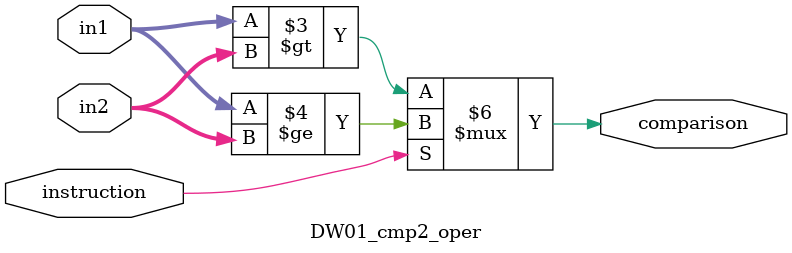
<source format=v>
module DW01_cmp2_oper(in1, in2, instruction, comparison);
  parameter wordlength = 8;

  input [wordlength-1:0] in1, in2;
  input instruction;
  output comparison;
  reg comparison;
 
  always @ (in1 or in2 or instruction)
  begin
    if (instruction == 0)
      comparison = (in1 > in2);
    else
      comparison = (in1 >= in2);
  end
endmodule

</source>
